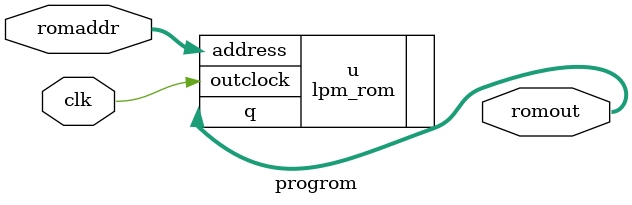
<source format=v>

module progrom(romaddr, clk, romout);
	input	[12:0]	romaddr;
	input			clk;
	output	[13:0]	romout;

	lpm_rom u (
		.address(romaddr),
		//	.inclock(clk),
		.outclock(clk),
		.q(romout)
	);

	defparam	u.LPM_WIDTH		= 14;
	defparam	u.LPM_WIDTHAD	= 13;		// decrease bus size if total memory amount is smaller
	defparam	u.LPM_FILE		= "progrom.mif";
	defparam	u.LPM_ADDRESS_CONTROL	= "UNREGISTERED";
	defparam	u.LPM_OUTDATA	= "REGISTERED";

endmodule

</source>
